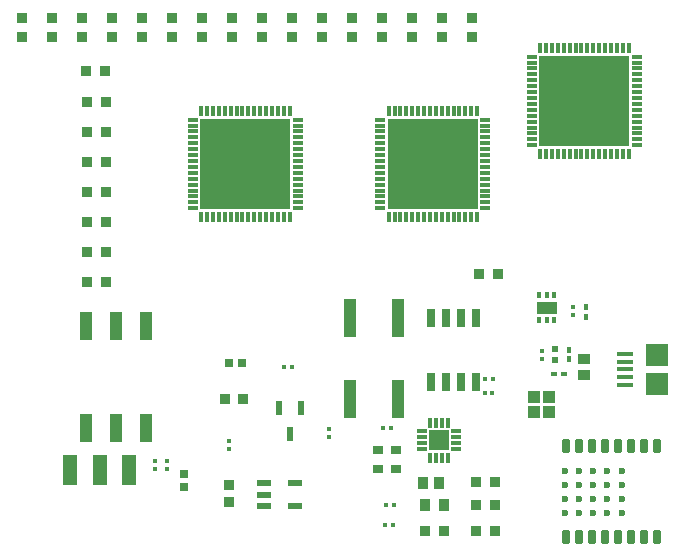
<source format=gbr>
G04 EAGLE Gerber RS-274X export*
G75*
%MOMM*%
%FSLAX34Y34*%
%LPD*%
%INSolderpaste Top*%
%IPPOS*%
%AMOC8*
5,1,8,0,0,1.08239X$1,22.5*%
G01*
%ADD10R,0.460000X0.420000*%
%ADD11R,0.420000X0.460000*%
%ADD12R,0.620000X0.600000*%
%ADD13R,1.020000X0.870000*%
%ADD14R,0.870000X1.020000*%
%ADD15R,0.350000X0.600000*%
%ADD16R,1.700000X1.100000*%
%ADD17R,0.850000X0.300000*%
%ADD18R,0.300000X0.850000*%
%ADD19R,7.700000X7.700000*%
%ADD20R,0.600000X1.200000*%
%ADD21R,0.700000X0.700000*%
%ADD22R,0.950000X0.950000*%
%ADD23R,0.950000X0.900000*%
%ADD24R,0.900000X0.950000*%
%ADD25R,0.625000X0.400000*%
%ADD26R,0.950000X1.000000*%
%ADD27R,0.400000X0.625000*%
%ADD28R,0.420000X0.440000*%
%ADD29R,1.100000X1.000000*%
%ADD30R,1.130000X2.440000*%
%ADD31R,1.000000X3.200000*%
%ADD32C,0.345000*%
%ADD33C,0.600000*%
%ADD34R,1.270000X0.558800*%
%ADD35R,0.304800X0.812800*%
%ADD36R,0.812800X0.304800*%
%ADD37R,1.701800X1.701800*%
%ADD38R,0.440000X0.420000*%
%ADD39R,1.200000X2.500000*%
%ADD40R,1.350000X0.400000*%
%ADD41R,1.900000X1.900000*%
%ADD42R,0.850000X0.650000*%
%ADD43R,0.650000X1.525000*%


D10*
X-265936Y117856D03*
X-259336Y117856D03*
D11*
X-104648Y213616D03*
X-104648Y220216D03*
X-131064Y176278D03*
X-131064Y182878D03*
D12*
X-119888Y184686D03*
X-119888Y175486D03*
D13*
X-96012Y176472D03*
X-96012Y162872D03*
D14*
X-231590Y71628D03*
X-217990Y71628D03*
D11*
X-396494Y100078D03*
X-396494Y106678D03*
D10*
X-179830Y147574D03*
X-173230Y147574D03*
D11*
X-311150Y110492D03*
X-311150Y117092D03*
D10*
X-179576Y159258D03*
X-172976Y159258D03*
X-342648Y169926D03*
X-349248Y169926D03*
D15*
X-133754Y209464D03*
X-127254Y209464D03*
X-120754Y209464D03*
X-120754Y230464D03*
X-127254Y230464D03*
X-133754Y230464D03*
D16*
X-127254Y219964D03*
D17*
X-426770Y379130D03*
X-426770Y374130D03*
X-426770Y369130D03*
X-426770Y364130D03*
X-426770Y359130D03*
X-426770Y354130D03*
X-426770Y349130D03*
X-426770Y344130D03*
X-426770Y339130D03*
X-426770Y334130D03*
X-426770Y329130D03*
X-426770Y324130D03*
X-426770Y319130D03*
X-426770Y314130D03*
X-426770Y309130D03*
X-426770Y304130D03*
D18*
X-419770Y297130D03*
X-414770Y297130D03*
X-409770Y297130D03*
X-404770Y297130D03*
X-399770Y297130D03*
X-394770Y297130D03*
X-389770Y297130D03*
X-384770Y297130D03*
X-379770Y297130D03*
X-374770Y297130D03*
X-369770Y297130D03*
X-364770Y297130D03*
X-359770Y297130D03*
X-354770Y297130D03*
X-349770Y297130D03*
X-344770Y297130D03*
D17*
X-337770Y304130D03*
X-337770Y309130D03*
X-337770Y314130D03*
X-337770Y319130D03*
X-337770Y324130D03*
X-337770Y329130D03*
X-337770Y334130D03*
X-337770Y339130D03*
X-337770Y344130D03*
X-337770Y349130D03*
X-337770Y354130D03*
X-337770Y359130D03*
X-337770Y364130D03*
X-337770Y369130D03*
X-337770Y374130D03*
X-337770Y379130D03*
D18*
X-344770Y386130D03*
X-349770Y386130D03*
X-354770Y386130D03*
X-359770Y386130D03*
X-364770Y386130D03*
X-369770Y386130D03*
X-374770Y386130D03*
X-379770Y386130D03*
X-384770Y386130D03*
X-389770Y386130D03*
X-394770Y386130D03*
X-399770Y386130D03*
X-404770Y386130D03*
X-409770Y386130D03*
X-414770Y386130D03*
X-419770Y386130D03*
D19*
X-382270Y341630D03*
D17*
X-139750Y432470D03*
X-139750Y427470D03*
X-139750Y422470D03*
X-139750Y417470D03*
X-139750Y412470D03*
X-139750Y407470D03*
X-139750Y402470D03*
X-139750Y397470D03*
X-139750Y392470D03*
X-139750Y387470D03*
X-139750Y382470D03*
X-139750Y377470D03*
X-139750Y372470D03*
X-139750Y367470D03*
X-139750Y362470D03*
X-139750Y357470D03*
D18*
X-132750Y350470D03*
X-127750Y350470D03*
X-122750Y350470D03*
X-117750Y350470D03*
X-112750Y350470D03*
X-107750Y350470D03*
X-102750Y350470D03*
X-97750Y350470D03*
X-92750Y350470D03*
X-87750Y350470D03*
X-82750Y350470D03*
X-77750Y350470D03*
X-72750Y350470D03*
X-67750Y350470D03*
X-62750Y350470D03*
X-57750Y350470D03*
D17*
X-50750Y357470D03*
X-50750Y362470D03*
X-50750Y367470D03*
X-50750Y372470D03*
X-50750Y377470D03*
X-50750Y382470D03*
X-50750Y387470D03*
X-50750Y392470D03*
X-50750Y397470D03*
X-50750Y402470D03*
X-50750Y407470D03*
X-50750Y412470D03*
X-50750Y417470D03*
X-50750Y422470D03*
X-50750Y427470D03*
X-50750Y432470D03*
D18*
X-57750Y439470D03*
X-62750Y439470D03*
X-67750Y439470D03*
X-72750Y439470D03*
X-77750Y439470D03*
X-82750Y439470D03*
X-87750Y439470D03*
X-92750Y439470D03*
X-97750Y439470D03*
X-102750Y439470D03*
X-107750Y439470D03*
X-112750Y439470D03*
X-117750Y439470D03*
X-122750Y439470D03*
X-127750Y439470D03*
X-132750Y439470D03*
D19*
X-95250Y394970D03*
D20*
X-334924Y135206D03*
X-353924Y135206D03*
X-344424Y113206D03*
D17*
X-268020Y379130D03*
X-268020Y374130D03*
X-268020Y369130D03*
X-268020Y364130D03*
X-268020Y359130D03*
X-268020Y354130D03*
X-268020Y349130D03*
X-268020Y344130D03*
X-268020Y339130D03*
X-268020Y334130D03*
X-268020Y329130D03*
X-268020Y324130D03*
X-268020Y319130D03*
X-268020Y314130D03*
X-268020Y309130D03*
X-268020Y304130D03*
D18*
X-261020Y297130D03*
X-256020Y297130D03*
X-251020Y297130D03*
X-246020Y297130D03*
X-241020Y297130D03*
X-236020Y297130D03*
X-231020Y297130D03*
X-226020Y297130D03*
X-221020Y297130D03*
X-216020Y297130D03*
X-211020Y297130D03*
X-206020Y297130D03*
X-201020Y297130D03*
X-196020Y297130D03*
X-191020Y297130D03*
X-186020Y297130D03*
D17*
X-179020Y304130D03*
X-179020Y309130D03*
X-179020Y314130D03*
X-179020Y319130D03*
X-179020Y324130D03*
X-179020Y329130D03*
X-179020Y334130D03*
X-179020Y339130D03*
X-179020Y344130D03*
X-179020Y349130D03*
X-179020Y354130D03*
X-179020Y359130D03*
X-179020Y364130D03*
X-179020Y369130D03*
X-179020Y374130D03*
X-179020Y379130D03*
D18*
X-186020Y386130D03*
X-191020Y386130D03*
X-196020Y386130D03*
X-201020Y386130D03*
X-206020Y386130D03*
X-211020Y386130D03*
X-216020Y386130D03*
X-221020Y386130D03*
X-226020Y386130D03*
X-231020Y386130D03*
X-236020Y386130D03*
X-241020Y386130D03*
X-246020Y386130D03*
X-251020Y386130D03*
X-256020Y386130D03*
X-261020Y386130D03*
D19*
X-223520Y341630D03*
D21*
X-434086Y79414D03*
X-434086Y68414D03*
D22*
X-395986Y55238D03*
X-395986Y70238D03*
D23*
X-190500Y465200D03*
X-190500Y449200D03*
X-215900Y465200D03*
X-215900Y449200D03*
X-241300Y465200D03*
X-241300Y449200D03*
X-266700Y465200D03*
X-266700Y449200D03*
X-292100Y465200D03*
X-292100Y449200D03*
X-317500Y465200D03*
X-317500Y449200D03*
X-342900Y465200D03*
X-342900Y449200D03*
X-368300Y465200D03*
X-368300Y449200D03*
X-393700Y465200D03*
X-393700Y449200D03*
X-419100Y465200D03*
X-419100Y449200D03*
X-444500Y465200D03*
X-444500Y449200D03*
X-469900Y465200D03*
X-469900Y449200D03*
X-495300Y465200D03*
X-495300Y449200D03*
X-520700Y465200D03*
X-520700Y449200D03*
X-546100Y465200D03*
X-546100Y449200D03*
X-571500Y465200D03*
X-571500Y449200D03*
D24*
X-516000Y241300D03*
X-500000Y241300D03*
X-517270Y420370D03*
X-501270Y420370D03*
X-516000Y393700D03*
X-500000Y393700D03*
X-516000Y368300D03*
X-500000Y368300D03*
X-516000Y342900D03*
X-500000Y342900D03*
X-516000Y317500D03*
X-500000Y317500D03*
X-516000Y292100D03*
X-500000Y292100D03*
X-516000Y266700D03*
X-500000Y266700D03*
X-184784Y248666D03*
X-168784Y248666D03*
D25*
X-120706Y163576D03*
X-112466Y163576D03*
D26*
X-214504Y52832D03*
X-230504Y52832D03*
D27*
X-93726Y212034D03*
X-93726Y220274D03*
X-108204Y184460D03*
X-108204Y176220D03*
D28*
X-458724Y82960D03*
X-458724Y89760D03*
X-448310Y82960D03*
X-448310Y89760D03*
D29*
X-125072Y144526D03*
X-138072Y144526D03*
X-124818Y131318D03*
X-137818Y131318D03*
D30*
X-517652Y117986D03*
X-492252Y117986D03*
X-466852Y117986D03*
X-466852Y204086D03*
X-492252Y204086D03*
X-517652Y204086D03*
D31*
X-293304Y143038D03*
X-253304Y143038D03*
X-253304Y211038D03*
X-293304Y211038D03*
D32*
X-31993Y106687D02*
X-31993Y98237D01*
X-35443Y98237D01*
X-35443Y106687D01*
X-31993Y106687D01*
X-31993Y101514D02*
X-35443Y101514D01*
X-35443Y104791D02*
X-31993Y104791D01*
X-46443Y106687D02*
X-46443Y98237D01*
X-46443Y106687D02*
X-42993Y106687D01*
X-42993Y98237D01*
X-46443Y98237D01*
X-46443Y101514D02*
X-42993Y101514D01*
X-42993Y104791D02*
X-46443Y104791D01*
X-57443Y106687D02*
X-57443Y98237D01*
X-57443Y106687D02*
X-53993Y106687D01*
X-53993Y98237D01*
X-57443Y98237D01*
X-57443Y101514D02*
X-53993Y101514D01*
X-53993Y104791D02*
X-57443Y104791D01*
X-68443Y106687D02*
X-68443Y98237D01*
X-68443Y106687D02*
X-64993Y106687D01*
X-64993Y98237D01*
X-68443Y98237D01*
X-68443Y101514D02*
X-64993Y101514D01*
X-64993Y104791D02*
X-68443Y104791D01*
X-79443Y106687D02*
X-79443Y98237D01*
X-79443Y106687D02*
X-75993Y106687D01*
X-75993Y98237D01*
X-79443Y98237D01*
X-79443Y101514D02*
X-75993Y101514D01*
X-75993Y104791D02*
X-79443Y104791D01*
X-90443Y106687D02*
X-90443Y98237D01*
X-90443Y106687D02*
X-86993Y106687D01*
X-86993Y98237D01*
X-90443Y98237D01*
X-90443Y101514D02*
X-86993Y101514D01*
X-86993Y104791D02*
X-90443Y104791D01*
X-101443Y106687D02*
X-101443Y98237D01*
X-101443Y106687D02*
X-97993Y106687D01*
X-97993Y98237D01*
X-101443Y98237D01*
X-101443Y101514D02*
X-97993Y101514D01*
X-97993Y104791D02*
X-101443Y104791D01*
X-112443Y106687D02*
X-112443Y98237D01*
X-112443Y106687D02*
X-108993Y106687D01*
X-108993Y98237D01*
X-112443Y98237D01*
X-112443Y101514D02*
X-108993Y101514D01*
X-108993Y104791D02*
X-112443Y104791D01*
X-112443Y30287D02*
X-112443Y21837D01*
X-112443Y30287D02*
X-108993Y30287D01*
X-108993Y21837D01*
X-112443Y21837D01*
X-112443Y25114D02*
X-108993Y25114D01*
X-108993Y28391D02*
X-112443Y28391D01*
X-101443Y30287D02*
X-101443Y21837D01*
X-101443Y30287D02*
X-97993Y30287D01*
X-97993Y21837D01*
X-101443Y21837D01*
X-101443Y25114D02*
X-97993Y25114D01*
X-97993Y28391D02*
X-101443Y28391D01*
X-90443Y30287D02*
X-90443Y21837D01*
X-90443Y30287D02*
X-86993Y30287D01*
X-86993Y21837D01*
X-90443Y21837D01*
X-90443Y25114D02*
X-86993Y25114D01*
X-86993Y28391D02*
X-90443Y28391D01*
X-79443Y30287D02*
X-79443Y21837D01*
X-79443Y30287D02*
X-75993Y30287D01*
X-75993Y21837D01*
X-79443Y21837D01*
X-79443Y25114D02*
X-75993Y25114D01*
X-75993Y28391D02*
X-79443Y28391D01*
X-68443Y30287D02*
X-68443Y21837D01*
X-68443Y30287D02*
X-64993Y30287D01*
X-64993Y21837D01*
X-68443Y21837D01*
X-68443Y25114D02*
X-64993Y25114D01*
X-64993Y28391D02*
X-68443Y28391D01*
X-57443Y30287D02*
X-57443Y21837D01*
X-57443Y30287D02*
X-53993Y30287D01*
X-53993Y21837D01*
X-57443Y21837D01*
X-57443Y25114D02*
X-53993Y25114D01*
X-53993Y28391D02*
X-57443Y28391D01*
X-46443Y30287D02*
X-46443Y21837D01*
X-46443Y30287D02*
X-42993Y30287D01*
X-42993Y21837D01*
X-46443Y21837D01*
X-46443Y25114D02*
X-42993Y25114D01*
X-42993Y28391D02*
X-46443Y28391D01*
X-35443Y30287D02*
X-35443Y21837D01*
X-35443Y30287D02*
X-31993Y30287D01*
X-31993Y21837D01*
X-35443Y21837D01*
X-35443Y25114D02*
X-31993Y25114D01*
X-31993Y28391D02*
X-35443Y28391D01*
D33*
X-111708Y81762D03*
X-111708Y69762D03*
X-111708Y57762D03*
X-111708Y45762D03*
X-99708Y81762D03*
X-99708Y69762D03*
X-99708Y57762D03*
X-99708Y45762D03*
X-87708Y81762D03*
X-87708Y69762D03*
X-87708Y57762D03*
X-87708Y45762D03*
X-75708Y81762D03*
X-75708Y69762D03*
X-75708Y57762D03*
X-75708Y45762D03*
X-63708Y81762D03*
X-63708Y69762D03*
X-63708Y57762D03*
X-63708Y45762D03*
D34*
X-366268Y71120D03*
X-366268Y61722D03*
X-366268Y52324D03*
X-340360Y52324D03*
X-340360Y71120D03*
D35*
X-210820Y122428D03*
X-215900Y122428D03*
X-220980Y122428D03*
X-226060Y122428D03*
D36*
X-233172Y115316D03*
X-233172Y110236D03*
X-233172Y105156D03*
X-233172Y100076D03*
D35*
X-226060Y92964D03*
X-220980Y92964D03*
X-215900Y92964D03*
X-210820Y92964D03*
D36*
X-203708Y100076D03*
X-203708Y105156D03*
X-203708Y110236D03*
X-203708Y115316D03*
D37*
X-218440Y107696D03*
D21*
X-396406Y173228D03*
X-385406Y173228D03*
D22*
X-399676Y142240D03*
X-384676Y142240D03*
D38*
X-262988Y53086D03*
X-256188Y53086D03*
X-263750Y35814D03*
X-256950Y35814D03*
D24*
X-229996Y30734D03*
X-213996Y30734D03*
X-187070Y30480D03*
X-171070Y30480D03*
X-187324Y53086D03*
X-171324Y53086D03*
X-171324Y72644D03*
X-187324Y72644D03*
D39*
X-530714Y82644D03*
X-505714Y82644D03*
X-480714Y82644D03*
D40*
X-60532Y180640D03*
D41*
X-33782Y155640D03*
X-33782Y179640D03*
D40*
X-60532Y154640D03*
X-60532Y161140D03*
X-60532Y167640D03*
X-60532Y174140D03*
D42*
X-269878Y99690D03*
X-269878Y83190D03*
X-254378Y83190D03*
X-254378Y99690D03*
D43*
X-225552Y157284D03*
X-212852Y157284D03*
X-200152Y157284D03*
X-187452Y157284D03*
X-187452Y211524D03*
X-200152Y211524D03*
X-212852Y211524D03*
X-225552Y211524D03*
M02*

</source>
